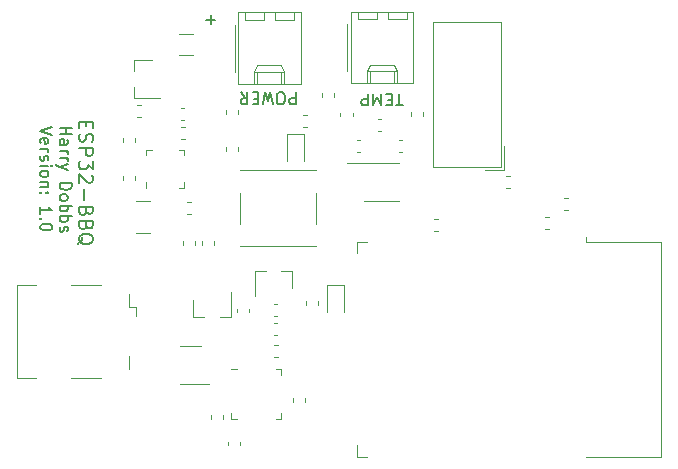
<source format=gbr>
G04 #@! TF.GenerationSoftware,KiCad,Pcbnew,5.1.5+dfsg1-2build2*
G04 #@! TF.CreationDate,2021-09-08T10:09:05+12:00*
G04 #@! TF.ProjectId,bbq-monitor,6262712d-6d6f-46e6-9974-6f722e6b6963,rev?*
G04 #@! TF.SameCoordinates,Original*
G04 #@! TF.FileFunction,Legend,Top*
G04 #@! TF.FilePolarity,Positive*
%FSLAX46Y46*%
G04 Gerber Fmt 4.6, Leading zero omitted, Abs format (unit mm)*
G04 Created by KiCad (PCBNEW 5.1.5+dfsg1-2build2) date 2021-09-08 10:09:05*
%MOMM*%
%LPD*%
G04 APERTURE LIST*
%ADD10C,0.150000*%
%ADD11C,0.120000*%
G04 APERTURE END LIST*
D10*
X151977714Y-68009142D02*
X151977714Y-68409142D01*
X151349142Y-68580571D02*
X151349142Y-68009142D01*
X152549142Y-68009142D01*
X152549142Y-68580571D01*
X151406285Y-69037714D02*
X151349142Y-69209142D01*
X151349142Y-69494857D01*
X151406285Y-69609142D01*
X151463428Y-69666285D01*
X151577714Y-69723428D01*
X151692000Y-69723428D01*
X151806285Y-69666285D01*
X151863428Y-69609142D01*
X151920571Y-69494857D01*
X151977714Y-69266285D01*
X152034857Y-69152000D01*
X152092000Y-69094857D01*
X152206285Y-69037714D01*
X152320571Y-69037714D01*
X152434857Y-69094857D01*
X152492000Y-69152000D01*
X152549142Y-69266285D01*
X152549142Y-69552000D01*
X152492000Y-69723428D01*
X151349142Y-70237714D02*
X152549142Y-70237714D01*
X152549142Y-70694857D01*
X152492000Y-70809142D01*
X152434857Y-70866285D01*
X152320571Y-70923428D01*
X152149142Y-70923428D01*
X152034857Y-70866285D01*
X151977714Y-70809142D01*
X151920571Y-70694857D01*
X151920571Y-70237714D01*
X152549142Y-71323428D02*
X152549142Y-72066285D01*
X152092000Y-71666285D01*
X152092000Y-71837714D01*
X152034857Y-71952000D01*
X151977714Y-72009142D01*
X151863428Y-72066285D01*
X151577714Y-72066285D01*
X151463428Y-72009142D01*
X151406285Y-71952000D01*
X151349142Y-71837714D01*
X151349142Y-71494857D01*
X151406285Y-71380571D01*
X151463428Y-71323428D01*
X152434857Y-72523428D02*
X152492000Y-72580571D01*
X152549142Y-72694857D01*
X152549142Y-72980571D01*
X152492000Y-73094857D01*
X152434857Y-73152000D01*
X152320571Y-73209142D01*
X152206285Y-73209142D01*
X152034857Y-73152000D01*
X151349142Y-72466285D01*
X151349142Y-73209142D01*
X151806285Y-73723428D02*
X151806285Y-74637714D01*
X151977714Y-75609142D02*
X151920571Y-75780571D01*
X151863428Y-75837714D01*
X151749142Y-75894857D01*
X151577714Y-75894857D01*
X151463428Y-75837714D01*
X151406285Y-75780571D01*
X151349142Y-75666285D01*
X151349142Y-75209142D01*
X152549142Y-75209142D01*
X152549142Y-75609142D01*
X152492000Y-75723428D01*
X152434857Y-75780571D01*
X152320571Y-75837714D01*
X152206285Y-75837714D01*
X152092000Y-75780571D01*
X152034857Y-75723428D01*
X151977714Y-75609142D01*
X151977714Y-75209142D01*
X151977714Y-76809142D02*
X151920571Y-76980571D01*
X151863428Y-77037714D01*
X151749142Y-77094857D01*
X151577714Y-77094857D01*
X151463428Y-77037714D01*
X151406285Y-76980571D01*
X151349142Y-76866285D01*
X151349142Y-76409142D01*
X152549142Y-76409142D01*
X152549142Y-76809142D01*
X152492000Y-76923428D01*
X152434857Y-76980571D01*
X152320571Y-77037714D01*
X152206285Y-77037714D01*
X152092000Y-76980571D01*
X152034857Y-76923428D01*
X151977714Y-76809142D01*
X151977714Y-76409142D01*
X151234857Y-78409142D02*
X151292000Y-78294857D01*
X151406285Y-78180571D01*
X151577714Y-78009142D01*
X151634857Y-77894857D01*
X151634857Y-77780571D01*
X151349142Y-77837714D02*
X151406285Y-77723428D01*
X151520571Y-77609142D01*
X151749142Y-77552000D01*
X152149142Y-77552000D01*
X152377714Y-77609142D01*
X152492000Y-77723428D01*
X152549142Y-77837714D01*
X152549142Y-78066285D01*
X152492000Y-78180571D01*
X152377714Y-78294857D01*
X152149142Y-78352000D01*
X151749142Y-78352000D01*
X151520571Y-78294857D01*
X151406285Y-78180571D01*
X151349142Y-78066285D01*
X151349142Y-77837714D01*
X169709523Y-65547619D02*
X169709523Y-66547619D01*
X169328571Y-66547619D01*
X169233333Y-66500000D01*
X169185714Y-66452380D01*
X169138095Y-66357142D01*
X169138095Y-66214285D01*
X169185714Y-66119047D01*
X169233333Y-66071428D01*
X169328571Y-66023809D01*
X169709523Y-66023809D01*
X168519047Y-66547619D02*
X168328571Y-66547619D01*
X168233333Y-66500000D01*
X168138095Y-66404761D01*
X168090476Y-66214285D01*
X168090476Y-65880952D01*
X168138095Y-65690476D01*
X168233333Y-65595238D01*
X168328571Y-65547619D01*
X168519047Y-65547619D01*
X168614285Y-65595238D01*
X168709523Y-65690476D01*
X168757142Y-65880952D01*
X168757142Y-66214285D01*
X168709523Y-66404761D01*
X168614285Y-66500000D01*
X168519047Y-66547619D01*
X167757142Y-66547619D02*
X167519047Y-65547619D01*
X167328571Y-66261904D01*
X167138095Y-65547619D01*
X166900000Y-66547619D01*
X166519047Y-66071428D02*
X166185714Y-66071428D01*
X166042857Y-65547619D02*
X166519047Y-65547619D01*
X166519047Y-66547619D01*
X166042857Y-66547619D01*
X165042857Y-65547619D02*
X165376190Y-66023809D01*
X165614285Y-65547619D02*
X165614285Y-66547619D01*
X165233333Y-66547619D01*
X165138095Y-66500000D01*
X165090476Y-66452380D01*
X165042857Y-66357142D01*
X165042857Y-66214285D01*
X165090476Y-66119047D01*
X165138095Y-66071428D01*
X165233333Y-66023809D01*
X165614285Y-66023809D01*
X162119047Y-59371428D02*
X162880952Y-59371428D01*
X162500000Y-59752380D02*
X162500000Y-58990476D01*
X178759523Y-66647619D02*
X178188095Y-66647619D01*
X178473809Y-65647619D02*
X178473809Y-66647619D01*
X177854761Y-66171428D02*
X177521428Y-66171428D01*
X177378571Y-65647619D02*
X177854761Y-65647619D01*
X177854761Y-66647619D01*
X177378571Y-66647619D01*
X176950000Y-65647619D02*
X176950000Y-66647619D01*
X176616666Y-65933333D01*
X176283333Y-66647619D01*
X176283333Y-65647619D01*
X175807142Y-65647619D02*
X175807142Y-66647619D01*
X175426190Y-66647619D01*
X175330952Y-66600000D01*
X175283333Y-66552380D01*
X175235714Y-66457142D01*
X175235714Y-66314285D01*
X175283333Y-66219047D01*
X175330952Y-66171428D01*
X175426190Y-66123809D01*
X175807142Y-66123809D01*
X149724619Y-68517047D02*
X150724619Y-68517047D01*
X150248428Y-68517047D02*
X150248428Y-69088476D01*
X149724619Y-69088476D02*
X150724619Y-69088476D01*
X149724619Y-69993238D02*
X150248428Y-69993238D01*
X150343666Y-69945619D01*
X150391285Y-69850380D01*
X150391285Y-69659904D01*
X150343666Y-69564666D01*
X149772238Y-69993238D02*
X149724619Y-69898000D01*
X149724619Y-69659904D01*
X149772238Y-69564666D01*
X149867476Y-69517047D01*
X149962714Y-69517047D01*
X150057952Y-69564666D01*
X150105571Y-69659904D01*
X150105571Y-69898000D01*
X150153190Y-69993238D01*
X149724619Y-70469428D02*
X150391285Y-70469428D01*
X150200809Y-70469428D02*
X150296047Y-70517047D01*
X150343666Y-70564666D01*
X150391285Y-70659904D01*
X150391285Y-70755142D01*
X149724619Y-71088476D02*
X150391285Y-71088476D01*
X150200809Y-71088476D02*
X150296047Y-71136095D01*
X150343666Y-71183714D01*
X150391285Y-71278952D01*
X150391285Y-71374190D01*
X150391285Y-71612285D02*
X149724619Y-71850380D01*
X150391285Y-72088476D02*
X149724619Y-71850380D01*
X149486523Y-71755142D01*
X149438904Y-71707523D01*
X149391285Y-71612285D01*
X149724619Y-73231333D02*
X150724619Y-73231333D01*
X150724619Y-73469428D01*
X150677000Y-73612285D01*
X150581761Y-73707523D01*
X150486523Y-73755142D01*
X150296047Y-73802761D01*
X150153190Y-73802761D01*
X149962714Y-73755142D01*
X149867476Y-73707523D01*
X149772238Y-73612285D01*
X149724619Y-73469428D01*
X149724619Y-73231333D01*
X149724619Y-74374190D02*
X149772238Y-74278952D01*
X149819857Y-74231333D01*
X149915095Y-74183714D01*
X150200809Y-74183714D01*
X150296047Y-74231333D01*
X150343666Y-74278952D01*
X150391285Y-74374190D01*
X150391285Y-74517047D01*
X150343666Y-74612285D01*
X150296047Y-74659904D01*
X150200809Y-74707523D01*
X149915095Y-74707523D01*
X149819857Y-74659904D01*
X149772238Y-74612285D01*
X149724619Y-74517047D01*
X149724619Y-74374190D01*
X149724619Y-75136095D02*
X150724619Y-75136095D01*
X150343666Y-75136095D02*
X150391285Y-75231333D01*
X150391285Y-75421809D01*
X150343666Y-75517047D01*
X150296047Y-75564666D01*
X150200809Y-75612285D01*
X149915095Y-75612285D01*
X149819857Y-75564666D01*
X149772238Y-75517047D01*
X149724619Y-75421809D01*
X149724619Y-75231333D01*
X149772238Y-75136095D01*
X149724619Y-76040857D02*
X150724619Y-76040857D01*
X150343666Y-76040857D02*
X150391285Y-76136095D01*
X150391285Y-76326571D01*
X150343666Y-76421809D01*
X150296047Y-76469428D01*
X150200809Y-76517047D01*
X149915095Y-76517047D01*
X149819857Y-76469428D01*
X149772238Y-76421809D01*
X149724619Y-76326571D01*
X149724619Y-76136095D01*
X149772238Y-76040857D01*
X149772238Y-76898000D02*
X149724619Y-76993238D01*
X149724619Y-77183714D01*
X149772238Y-77278952D01*
X149867476Y-77326571D01*
X149915095Y-77326571D01*
X150010333Y-77278952D01*
X150057952Y-77183714D01*
X150057952Y-77040857D01*
X150105571Y-76945619D01*
X150200809Y-76898000D01*
X150248428Y-76898000D01*
X150343666Y-76945619D01*
X150391285Y-77040857D01*
X150391285Y-77183714D01*
X150343666Y-77278952D01*
X149074619Y-68469428D02*
X148074619Y-68802761D01*
X149074619Y-69136095D01*
X148122238Y-69850380D02*
X148074619Y-69755142D01*
X148074619Y-69564666D01*
X148122238Y-69469428D01*
X148217476Y-69421809D01*
X148598428Y-69421809D01*
X148693666Y-69469428D01*
X148741285Y-69564666D01*
X148741285Y-69755142D01*
X148693666Y-69850380D01*
X148598428Y-69898000D01*
X148503190Y-69898000D01*
X148407952Y-69421809D01*
X148074619Y-70326571D02*
X148741285Y-70326571D01*
X148550809Y-70326571D02*
X148646047Y-70374190D01*
X148693666Y-70421809D01*
X148741285Y-70517047D01*
X148741285Y-70612285D01*
X148122238Y-70898000D02*
X148074619Y-70993238D01*
X148074619Y-71183714D01*
X148122238Y-71278952D01*
X148217476Y-71326571D01*
X148265095Y-71326571D01*
X148360333Y-71278952D01*
X148407952Y-71183714D01*
X148407952Y-71040857D01*
X148455571Y-70945619D01*
X148550809Y-70898000D01*
X148598428Y-70898000D01*
X148693666Y-70945619D01*
X148741285Y-71040857D01*
X148741285Y-71183714D01*
X148693666Y-71278952D01*
X148074619Y-71755142D02*
X148741285Y-71755142D01*
X149074619Y-71755142D02*
X149027000Y-71707523D01*
X148979380Y-71755142D01*
X149027000Y-71802761D01*
X149074619Y-71755142D01*
X148979380Y-71755142D01*
X148074619Y-72374190D02*
X148122238Y-72278952D01*
X148169857Y-72231333D01*
X148265095Y-72183714D01*
X148550809Y-72183714D01*
X148646047Y-72231333D01*
X148693666Y-72278952D01*
X148741285Y-72374190D01*
X148741285Y-72517047D01*
X148693666Y-72612285D01*
X148646047Y-72659904D01*
X148550809Y-72707523D01*
X148265095Y-72707523D01*
X148169857Y-72659904D01*
X148122238Y-72612285D01*
X148074619Y-72517047D01*
X148074619Y-72374190D01*
X148741285Y-73136095D02*
X148074619Y-73136095D01*
X148646047Y-73136095D02*
X148693666Y-73183714D01*
X148741285Y-73278952D01*
X148741285Y-73421809D01*
X148693666Y-73517047D01*
X148598428Y-73564666D01*
X148074619Y-73564666D01*
X148169857Y-74040857D02*
X148122238Y-74088476D01*
X148074619Y-74040857D01*
X148122238Y-73993238D01*
X148169857Y-74040857D01*
X148074619Y-74040857D01*
X148693666Y-74040857D02*
X148646047Y-74088476D01*
X148598428Y-74040857D01*
X148646047Y-73993238D01*
X148693666Y-74040857D01*
X148598428Y-74040857D01*
X148074619Y-75802761D02*
X148074619Y-75231333D01*
X148074619Y-75517047D02*
X149074619Y-75517047D01*
X148931761Y-75421809D01*
X148836523Y-75326571D01*
X148788904Y-75231333D01*
X148169857Y-76231333D02*
X148122238Y-76278952D01*
X148074619Y-76231333D01*
X148122238Y-76183714D01*
X148169857Y-76231333D01*
X148074619Y-76231333D01*
X149074619Y-76898000D02*
X149074619Y-76993238D01*
X149027000Y-77088476D01*
X148979380Y-77136095D01*
X148884142Y-77183714D01*
X148693666Y-77231333D01*
X148455571Y-77231333D01*
X148265095Y-77183714D01*
X148169857Y-77136095D01*
X148122238Y-77088476D01*
X148074619Y-76993238D01*
X148074619Y-76898000D01*
X148122238Y-76802761D01*
X148169857Y-76755142D01*
X148265095Y-76707523D01*
X148455571Y-76659904D01*
X148693666Y-76659904D01*
X148884142Y-76707523D01*
X148979380Y-76755142D01*
X149027000Y-76802761D01*
X149074619Y-76898000D01*
D11*
X194245000Y-78180000D02*
X194245000Y-77800000D01*
X200665000Y-78180000D02*
X194245000Y-78180000D01*
X200665000Y-96420000D02*
X194245000Y-96420000D01*
X200665000Y-78180000D02*
X200665000Y-96420000D01*
X174920000Y-96420000D02*
X174920000Y-95420000D01*
X175700000Y-96420000D02*
X174920000Y-96420000D01*
X174920000Y-78180000D02*
X174920000Y-79180000D01*
X175700000Y-78180000D02*
X174920000Y-78180000D01*
X169540000Y-59370000D02*
X169540000Y-58770000D01*
X167940000Y-59370000D02*
X169540000Y-59370000D01*
X167940000Y-58770000D02*
X167940000Y-59370000D01*
X167000000Y-59370000D02*
X167000000Y-58770000D01*
X165400000Y-59370000D02*
X167000000Y-59370000D01*
X165400000Y-58770000D02*
X165400000Y-59370000D01*
X168490000Y-64790000D02*
X168490000Y-63790000D01*
X166450000Y-64790000D02*
X166450000Y-63790000D01*
X168490000Y-63260000D02*
X168740000Y-63790000D01*
X166450000Y-63260000D02*
X168490000Y-63260000D01*
X166200000Y-63790000D02*
X166450000Y-63260000D01*
X168740000Y-63790000D02*
X168740000Y-64790000D01*
X166200000Y-63790000D02*
X168740000Y-63790000D01*
X166200000Y-64790000D02*
X166200000Y-63790000D01*
X164530000Y-59800000D02*
X164530000Y-63800000D01*
X170120000Y-58770000D02*
X164820000Y-58770000D01*
X170120000Y-64790000D02*
X170120000Y-58770000D01*
X164820000Y-64790000D02*
X170120000Y-64790000D01*
X164820000Y-58770000D02*
X164820000Y-64790000D01*
X163790000Y-70137221D02*
X163790000Y-70462779D01*
X164810000Y-70137221D02*
X164810000Y-70462779D01*
X163790000Y-67037221D02*
X163790000Y-67362779D01*
X164810000Y-67037221D02*
X164810000Y-67362779D01*
X170662779Y-67490000D02*
X170337221Y-67490000D01*
X170662779Y-68510000D02*
X170337221Y-68510000D01*
X168965000Y-69027500D02*
X168965000Y-71312500D01*
X170435000Y-69027500D02*
X168965000Y-69027500D01*
X170435000Y-71312500D02*
X170435000Y-69027500D01*
X156562779Y-66590000D02*
X156237221Y-66590000D01*
X156562779Y-67610000D02*
X156237221Y-67610000D01*
X187360000Y-72100000D02*
X185750000Y-72100000D01*
X187360000Y-72100000D02*
X187360000Y-70100000D01*
X187080000Y-59560000D02*
X187080000Y-71810000D01*
X181320000Y-59560000D02*
X187080000Y-59560000D01*
X181320000Y-71820000D02*
X181320000Y-59560000D01*
X187070000Y-71820000D02*
X181330000Y-71820000D01*
X176950000Y-71490000D02*
X174025000Y-71490000D01*
X176950000Y-71490000D02*
X178450000Y-71490000D01*
X176950000Y-74710000D02*
X175450000Y-74710000D01*
X176950000Y-74710000D02*
X178450000Y-74710000D01*
X159900000Y-90210000D02*
X162350000Y-90210000D01*
X161700000Y-86990000D02*
X159900000Y-86990000D01*
X167995000Y-88970000D02*
X168470000Y-88970000D01*
X168470000Y-88970000D02*
X168470000Y-89445000D01*
X164725000Y-93190000D02*
X164250000Y-93190000D01*
X164250000Y-93190000D02*
X164250000Y-92715000D01*
X167995000Y-93190000D02*
X168470000Y-93190000D01*
X168470000Y-93190000D02*
X168470000Y-92715000D01*
X164725000Y-88970000D02*
X164250000Y-88970000D01*
X157040000Y-70863000D02*
X157040000Y-70388000D01*
X157040000Y-70388000D02*
X157515000Y-70388000D01*
X160260000Y-73133000D02*
X160260000Y-73608000D01*
X160260000Y-73608000D02*
X159785000Y-73608000D01*
X160260000Y-70863000D02*
X160260000Y-70388000D01*
X160260000Y-70388000D02*
X159785000Y-70388000D01*
X157040000Y-73133000D02*
X157040000Y-73608000D01*
X171455000Y-72120000D02*
X164995000Y-72120000D01*
X171455000Y-76650000D02*
X171455000Y-74050000D01*
X171455000Y-78580000D02*
X164995000Y-78580000D01*
X164995000Y-76650000D02*
X164995000Y-74050000D01*
X171455000Y-78550000D02*
X171455000Y-78580000D01*
X171455000Y-72120000D02*
X171455000Y-72150000D01*
X164995000Y-72120000D02*
X164995000Y-72150000D01*
X164995000Y-78580000D02*
X164995000Y-78550000D01*
X187868779Y-72642000D02*
X187543221Y-72642000D01*
X187868779Y-73662000D02*
X187543221Y-73662000D01*
X173490000Y-67249721D02*
X173490000Y-67575279D01*
X174510000Y-67249721D02*
X174510000Y-67575279D01*
X179490000Y-67237221D02*
X179490000Y-67562779D01*
X180510000Y-67237221D02*
X180510000Y-67562779D01*
X171956000Y-65623221D02*
X171956000Y-65948779D01*
X172976000Y-65623221D02*
X172976000Y-65948779D01*
X164690000Y-83837221D02*
X164690000Y-84162779D01*
X165710000Y-83837221D02*
X165710000Y-84162779D01*
X167824721Y-84510000D02*
X168150279Y-84510000D01*
X167824721Y-83490000D02*
X168150279Y-83490000D01*
X160519221Y-75810000D02*
X160844779Y-75810000D01*
X160519221Y-74790000D02*
X160844779Y-74790000D01*
X171606000Y-83532779D02*
X171606000Y-83207221D01*
X170586000Y-83532779D02*
X170586000Y-83207221D01*
X167824721Y-86110000D02*
X168150279Y-86110000D01*
X167824721Y-85090000D02*
X168150279Y-85090000D01*
X167837221Y-87910000D02*
X168162779Y-87910000D01*
X167837221Y-86890000D02*
X168162779Y-86890000D01*
X160190000Y-78124721D02*
X160190000Y-78450279D01*
X161210000Y-78124721D02*
X161210000Y-78450279D01*
X169380000Y-80640000D02*
X169380000Y-82100000D01*
X166220000Y-80640000D02*
X166220000Y-82800000D01*
X166220000Y-80640000D02*
X167150000Y-80640000D01*
X169380000Y-80640000D02*
X168450000Y-80640000D01*
X161020000Y-84560000D02*
X161020000Y-83100000D01*
X164180000Y-84560000D02*
X164180000Y-82400000D01*
X164180000Y-84560000D02*
X163250000Y-84560000D01*
X161020000Y-84560000D02*
X161950000Y-84560000D01*
X156040000Y-62820000D02*
X157500000Y-62820000D01*
X156040000Y-65980000D02*
X158200000Y-65980000D01*
X156040000Y-65980000D02*
X156040000Y-65050000D01*
X156040000Y-62820000D02*
X156040000Y-63750000D01*
X157344064Y-74702000D02*
X156139936Y-74702000D01*
X157344064Y-77422000D02*
X156139936Y-77422000D01*
X179090000Y-59320000D02*
X179090000Y-58720000D01*
X177490000Y-59320000D02*
X179090000Y-59320000D01*
X177490000Y-58720000D02*
X177490000Y-59320000D01*
X176550000Y-59320000D02*
X176550000Y-58720000D01*
X174950000Y-59320000D02*
X176550000Y-59320000D01*
X174950000Y-58720000D02*
X174950000Y-59320000D01*
X178040000Y-64740000D02*
X178040000Y-63740000D01*
X176000000Y-64740000D02*
X176000000Y-63740000D01*
X178040000Y-63210000D02*
X178290000Y-63740000D01*
X176000000Y-63210000D02*
X178040000Y-63210000D01*
X175750000Y-63740000D02*
X176000000Y-63210000D01*
X178290000Y-63740000D02*
X178290000Y-64740000D01*
X175750000Y-63740000D02*
X178290000Y-63740000D01*
X175750000Y-64740000D02*
X175750000Y-63740000D01*
X174080000Y-59750000D02*
X174080000Y-63750000D01*
X179670000Y-58720000D02*
X174370000Y-58720000D01*
X179670000Y-64740000D02*
X179670000Y-58720000D01*
X174370000Y-64740000D02*
X179670000Y-64740000D01*
X174370000Y-58720000D02*
X174370000Y-64740000D01*
X150650000Y-81840000D02*
X153250000Y-81840000D01*
X153250000Y-89760000D02*
X150650000Y-89760000D01*
X155560000Y-82600000D02*
X155560000Y-83750000D01*
X155560000Y-83750000D02*
X156150000Y-83750000D01*
X156150000Y-83750000D02*
X156150000Y-84450000D01*
X155560000Y-87850000D02*
X155560000Y-89000000D01*
X147750000Y-81840000D02*
X146090000Y-81840000D01*
X146090000Y-81840000D02*
X146090000Y-89760000D01*
X146090000Y-89760000D02*
X147750000Y-89760000D01*
X159797936Y-60590000D02*
X161002064Y-60590000D01*
X159797936Y-62410000D02*
X161002064Y-62410000D01*
X172331000Y-81835000D02*
X172331000Y-84120000D01*
X173801000Y-81835000D02*
X172331000Y-81835000D01*
X173801000Y-84120000D02*
X173801000Y-81835000D01*
X175172279Y-69546000D02*
X174846721Y-69546000D01*
X175172279Y-70566000D02*
X174846721Y-70566000D01*
X176950279Y-67768000D02*
X176624721Y-67768000D01*
X176950279Y-68788000D02*
X176624721Y-68788000D01*
X178728279Y-69546000D02*
X178402721Y-69546000D01*
X178728279Y-70566000D02*
X178402721Y-70566000D01*
X181762779Y-76290000D02*
X181437221Y-76290000D01*
X181762779Y-77310000D02*
X181437221Y-77310000D01*
X162490000Y-92849721D02*
X162490000Y-93175279D01*
X163510000Y-92849721D02*
X163510000Y-93175279D01*
X163950000Y-95109721D02*
X163950000Y-95435279D01*
X164970000Y-95109721D02*
X164970000Y-95435279D01*
X156112000Y-72922779D02*
X156112000Y-72597221D01*
X155092000Y-72922779D02*
X155092000Y-72597221D01*
X169490000Y-91437221D02*
X169490000Y-91762779D01*
X170510000Y-91437221D02*
X170510000Y-91762779D01*
X192437221Y-74490000D02*
X192762779Y-74490000D01*
X192437221Y-75510000D02*
X192762779Y-75510000D01*
X159985721Y-69460000D02*
X160311279Y-69460000D01*
X159985721Y-68440000D02*
X160311279Y-68440000D01*
X191162779Y-76090000D02*
X190837221Y-76090000D01*
X191162779Y-77110000D02*
X190837221Y-77110000D01*
X161790000Y-78124721D02*
X161790000Y-78450279D01*
X162810000Y-78124721D02*
X162810000Y-78450279D01*
X156112000Y-69762779D02*
X156112000Y-69437221D01*
X155092000Y-69762779D02*
X155092000Y-69437221D01*
X159949721Y-67860000D02*
X160275279Y-67860000D01*
X159949721Y-66840000D02*
X160275279Y-66840000D01*
M02*

</source>
